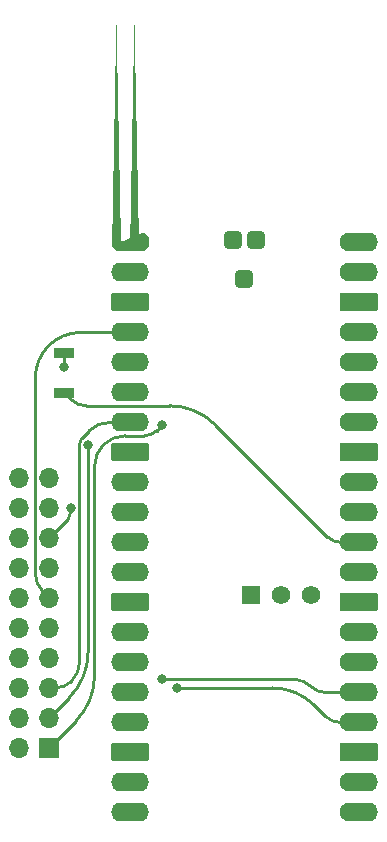
<source format=gbr>
%TF.GenerationSoftware,KiCad,Pcbnew,7.0.2*%
%TF.CreationDate,2023-04-28T15:55:32+02:00*%
%TF.ProjectId,picow_adapter,7069636f-775f-4616-9461-707465722e6b,rev?*%
%TF.SameCoordinates,Original*%
%TF.FileFunction,Copper,L1,Top*%
%TF.FilePolarity,Positive*%
%FSLAX46Y46*%
G04 Gerber Fmt 4.6, Leading zero omitted, Abs format (unit mm)*
G04 Created by KiCad (PCBNEW 7.0.2) date 2023-04-28 15:55:32*
%MOMM*%
%LPD*%
G01*
G04 APERTURE LIST*
G04 Aperture macros list*
%AMRoundRect*
0 Rectangle with rounded corners*
0 $1 Rounding radius*
0 $2 $3 $4 $5 $6 $7 $8 $9 X,Y pos of 4 corners*
0 Add a 4 corners polygon primitive as box body*
4,1,4,$2,$3,$4,$5,$6,$7,$8,$9,$2,$3,0*
0 Add four circle primitives for the rounded corners*
1,1,$1+$1,$2,$3*
1,1,$1+$1,$4,$5*
1,1,$1+$1,$6,$7*
1,1,$1+$1,$8,$9*
0 Add four rect primitives between the rounded corners*
20,1,$1+$1,$2,$3,$4,$5,0*
20,1,$1+$1,$4,$5,$6,$7,0*
20,1,$1+$1,$6,$7,$8,$9,0*
20,1,$1+$1,$8,$9,$2,$3,0*%
%AMFreePoly0*
4,1,58,1.881242,0.792533,1.914585,0.788777,1.924216,0.782725,1.935306,0.780194,1.961541,0.759271,1.989950,0.741421,2.341421,0.389950,2.359271,0.361541,2.380194,0.335306,2.382725,0.324216,2.388777,0.314585,2.392533,0.281242,2.400000,0.248529,2.400000,-0.248529,2.392533,-0.281242,2.388777,-0.314585,2.382725,-0.324216,2.380194,-0.335306,2.359271,-0.361541,2.341421,-0.389950,
1.989950,-0.741421,1.961541,-0.759271,1.935306,-0.780194,1.924216,-0.782725,1.914585,-0.788777,1.881242,-0.792533,1.848529,-0.800000,0.000000,-0.800000,-0.248529,-0.800000,-0.281242,-0.792533,-0.314585,-0.788777,-0.324216,-0.782725,-0.335306,-0.780194,-0.361541,-0.759271,-0.389950,-0.741421,-0.741421,-0.389950,-0.759271,-0.361541,-0.780194,-0.335306,-0.782725,-0.324216,-0.788777,-0.314585,
-0.792533,-0.281242,-0.800000,-0.248529,-0.800000,0.248529,-0.792533,0.281242,-0.788777,0.314585,-0.782725,0.324216,-0.780194,0.335306,-0.759271,0.361541,-0.741421,0.389950,-0.389950,0.741421,-0.361541,0.759271,-0.335306,0.780194,-0.324216,0.782725,-0.314585,0.788777,-0.281242,0.792533,-0.248529,0.800000,1.848529,0.800000,1.881242,0.792533,1.881242,0.792533,$1*%
%AMFreePoly1*
4,1,58,0.281242,0.792533,0.314585,0.788777,0.324216,0.782725,0.335306,0.780194,0.361541,0.759271,0.389950,0.741421,0.741421,0.389950,0.759271,0.361541,0.780194,0.335306,0.782725,0.324216,0.788777,0.314585,0.792533,0.281242,0.800000,0.248529,0.800000,-0.248529,0.792533,-0.281242,0.788777,-0.314585,0.782725,-0.324216,0.780194,-0.335306,0.759271,-0.361541,0.741421,-0.389950,
0.389950,-0.741421,0.361541,-0.759271,0.335306,-0.780194,0.324216,-0.782725,0.314585,-0.788777,0.281242,-0.792533,0.248529,-0.800000,0.000000,-0.800000,-0.248529,-0.800000,-0.281242,-0.792533,-0.314585,-0.788777,-0.324216,-0.782725,-0.335306,-0.780194,-0.361541,-0.759271,-0.389950,-0.741421,-0.741421,-0.389950,-0.759271,-0.361541,-0.780194,-0.335306,-0.782725,-0.324216,-0.788777,-0.314585,
-0.792533,-0.281242,-0.800000,-0.248529,-0.800000,0.248529,-0.792533,0.281242,-0.788777,0.314585,-0.782725,0.324216,-0.780194,0.335306,-0.759271,0.361541,-0.741421,0.389950,-0.389950,0.741421,-0.361541,0.759271,-0.335306,0.780194,-0.324216,0.782725,-0.314585,0.788777,-0.281242,0.792533,-0.248529,0.800000,0.248529,0.800000,0.281242,0.792533,0.281242,0.792533,$1*%
G04 Aperture macros list end*
%TA.AperFunction,SMDPad,CuDef*%
%ADD10FreePoly0,0.000000*%
%TD*%
%TA.AperFunction,ComponentPad*%
%ADD11FreePoly1,0.000000*%
%TD*%
%TA.AperFunction,SMDPad,CuDef*%
%ADD12O,3.200000X1.600000*%
%TD*%
%TA.AperFunction,ComponentPad*%
%ADD13C,1.600000*%
%TD*%
%TA.AperFunction,SMDPad,CuDef*%
%ADD14RoundRect,0.200000X-1.400000X-0.600000X1.400000X-0.600000X1.400000X0.600000X-1.400000X0.600000X0*%
%TD*%
%TA.AperFunction,ComponentPad*%
%ADD15RoundRect,0.200000X-0.600000X-0.600000X0.600000X-0.600000X0.600000X0.600000X-0.600000X0.600000X0*%
%TD*%
%TA.AperFunction,ComponentPad*%
%ADD16R,1.574800X1.574800*%
%TD*%
%TA.AperFunction,ComponentPad*%
%ADD17C,1.574800*%
%TD*%
%TA.AperFunction,TestPad*%
%ADD18RoundRect,0.300000X-0.450000X-0.450000X0.450000X-0.450000X0.450000X0.450000X-0.450000X0.450000X0*%
%TD*%
%TA.AperFunction,SMDPad,CuDef*%
%ADD19R,1.700000X0.900000*%
%TD*%
%TA.AperFunction,ComponentPad*%
%ADD20R,1.700000X1.700000*%
%TD*%
%TA.AperFunction,ComponentPad*%
%ADD21O,1.700000X1.700000*%
%TD*%
%TA.AperFunction,ViaPad*%
%ADD22C,0.800000*%
%TD*%
%TA.AperFunction,Conductor*%
%ADD23C,0.250000*%
%TD*%
G04 APERTURE END LIST*
D10*
%TO.P,A1,1,GPIO0*%
%TO.N,unconnected-(A1-GPIO0-Pad1)*%
X58090000Y-42295000D03*
D11*
X59690000Y-42295000D03*
D12*
%TO.P,A1,2,GPIO1*%
%TO.N,unconnected-(A1-GPIO1-Pad2)*%
X58890000Y-44835000D03*
D13*
X59690000Y-44835000D03*
D14*
%TO.P,A1,3,GND*%
%TO.N,GND*%
X58890000Y-47375000D03*
D15*
X59690000Y-47375000D03*
D12*
%TO.P,A1,4,GPIO2*%
%TO.N,/HEATER_ENABLE*%
X58890000Y-49915000D03*
D13*
X59690000Y-49915000D03*
D12*
%TO.P,A1,5,GPIO3*%
%TO.N,/~{SHDN_3V3}*%
X58890000Y-52455000D03*
D13*
X59690000Y-52455000D03*
D12*
%TO.P,A1,6,GPIO4*%
%TO.N,/I2C0_SDA*%
X58890000Y-54995000D03*
D13*
X59690000Y-54995000D03*
D12*
%TO.P,A1,7,GPIO5*%
%TO.N,/I2C0_SCL*%
X58890000Y-57535000D03*
D13*
X59690000Y-57535000D03*
D14*
%TO.P,A1,8,GND*%
%TO.N,GND*%
X58890000Y-60075000D03*
D15*
X59690000Y-60075000D03*
D12*
%TO.P,A1,9,GPIO6*%
%TO.N,/S1_A*%
X58890000Y-62615000D03*
D13*
X59690000Y-62615000D03*
D12*
%TO.P,A1,10,GPIO7*%
%TO.N,/S1_B*%
X58890000Y-65155000D03*
D13*
X59690000Y-65155000D03*
D12*
%TO.P,A1,11,GPIO8*%
%TO.N,/S1_S*%
X58890000Y-67695000D03*
D13*
X59690000Y-67695000D03*
D12*
%TO.P,A1,12,GPIO9*%
%TO.N,/TSL2561_INT*%
X58890000Y-70235000D03*
D13*
X59690000Y-70235000D03*
D14*
%TO.P,A1,13,GND*%
%TO.N,GND*%
X58890000Y-72775000D03*
D15*
X59690000Y-72775000D03*
D12*
%TO.P,A1,14,GPIO10*%
%TO.N,unconnected-(A1-GPIO10-Pad14)*%
X58890000Y-75315000D03*
D13*
X59690000Y-75315000D03*
D12*
%TO.P,A1,15,GPIO11*%
%TO.N,unconnected-(A1-GPIO11-Pad15)*%
X58890000Y-77855000D03*
D13*
X59690000Y-77855000D03*
D12*
%TO.P,A1,16,GPIO12*%
%TO.N,unconnected-(A1-GPIO12-Pad16)*%
X58890000Y-80395000D03*
D13*
X59690000Y-80395000D03*
D12*
%TO.P,A1,17,GPIO13*%
%TO.N,unconnected-(A1-GPIO13-Pad17)*%
X58890000Y-82935000D03*
D13*
X59690000Y-82935000D03*
D14*
%TO.P,A1,18,GND*%
%TO.N,GND*%
X58890000Y-85475000D03*
D15*
X59690000Y-85475000D03*
D12*
%TO.P,A1,19,GPIO14*%
%TO.N,unconnected-(A1-GPIO14-Pad19)*%
X58890000Y-88015000D03*
D13*
X59690000Y-88015000D03*
D12*
%TO.P,A1,20,GPIO15*%
%TO.N,unconnected-(A1-GPIO15-Pad20)*%
X58890000Y-90555000D03*
D13*
X59690000Y-90555000D03*
%TO.P,A1,21,GPIO16*%
%TO.N,unconnected-(A1-GPIO16-Pad21)*%
X77470000Y-90555000D03*
D12*
X78270000Y-90555000D03*
D13*
%TO.P,A1,22,GPIO17*%
%TO.N,unconnected-(A1-GPIO17-Pad22)*%
X77470000Y-88015000D03*
D12*
X78270000Y-88015000D03*
D15*
%TO.P,A1,23,GND*%
%TO.N,GND*%
X77470000Y-85475000D03*
D14*
X78270000Y-85475000D03*
D13*
%TO.P,A1,24,GPIO18*%
%TO.N,/SPI0_SCK*%
X77470000Y-82935000D03*
D12*
X78270000Y-82935000D03*
D13*
%TO.P,A1,25,GPIO19*%
%TO.N,/SPI0_TX*%
X77470000Y-80395000D03*
D12*
X78270000Y-80395000D03*
D13*
%TO.P,A1,26,GPIO20*%
%TO.N,unconnected-(A1-GPIO20-Pad26)*%
X77470000Y-77855000D03*
D12*
X78270000Y-77855000D03*
D13*
%TO.P,A1,27,GPIO21*%
%TO.N,unconnected-(A1-GPIO21-Pad27)*%
X77470000Y-75315000D03*
D12*
X78270000Y-75315000D03*
D15*
%TO.P,A1,28,GND*%
%TO.N,GND*%
X77470000Y-72775000D03*
D14*
X78270000Y-72775000D03*
D13*
%TO.P,A1,29,GPIO22*%
%TO.N,unconnected-(A1-GPIO22-Pad29)*%
X77470000Y-70235000D03*
D12*
X78270000Y-70235000D03*
D13*
%TO.P,A1,30,RUN*%
%TO.N,/RESET*%
X77470000Y-67695000D03*
D12*
X78270000Y-67695000D03*
D13*
%TO.P,A1,31,GPIO26_ADC0*%
%TO.N,unconnected-(A1-GPIO26_ADC0-Pad31)*%
X77470000Y-65155000D03*
D12*
X78270000Y-65155000D03*
D13*
%TO.P,A1,32,GPIO27_ADC1*%
%TO.N,unconnected-(A1-GPIO27_ADC1-Pad32)*%
X77470000Y-62615000D03*
D12*
X78270000Y-62615000D03*
D15*
%TO.P,A1,33,AGND*%
%TO.N,unconnected-(A1-AGND-Pad33)*%
X77470000Y-60075000D03*
D14*
X78270000Y-60075000D03*
D13*
%TO.P,A1,34,GPIO28_ADC2*%
%TO.N,unconnected-(A1-GPIO28_ADC2-Pad34)*%
X77470000Y-57535000D03*
D12*
X78270000Y-57535000D03*
D13*
%TO.P,A1,35,ADC_VREF*%
%TO.N,unconnected-(A1-ADC_VREF-Pad35)*%
X77470000Y-54995000D03*
D12*
X78270000Y-54995000D03*
D13*
%TO.P,A1,36,3V3*%
%TO.N,unconnected-(A1-3V3-Pad36)*%
X77470000Y-52455000D03*
D12*
X78270000Y-52455000D03*
D13*
%TO.P,A1,37,3V3_EN*%
%TO.N,unconnected-(A1-3V3_EN-Pad37)*%
X77470000Y-49915000D03*
D12*
X78270000Y-49915000D03*
D15*
%TO.P,A1,38,GND*%
%TO.N,GND*%
X77470000Y-47375000D03*
D14*
X78270000Y-47375000D03*
D13*
%TO.P,A1,39,VSYS*%
%TO.N,Net-(A1-VSYS)*%
X77470000Y-44835000D03*
D12*
X78270000Y-44835000D03*
D13*
%TO.P,A1,40,VBUS*%
%TO.N,Net-(A1-VBUS)*%
X77470000Y-42295000D03*
D12*
X78270000Y-42295000D03*
D16*
%TO.P,A1,41,SWCLK*%
%TO.N,unconnected-(A1-SWCLK-Pad41)*%
X69164200Y-72125000D03*
D17*
%TO.P,A1,42,SWGND*%
%TO.N,unconnected-(A1-SWGND-Pad42)*%
X71704200Y-72125000D03*
%TO.P,A1,43,SWDIO*%
%TO.N,unconnected-(A1-SWDIO-Pad43)*%
X74244200Y-72125000D03*
D18*
%TO.P,A1,51*%
%TO.N,N/C*%
X68580000Y-45425000D03*
%TO.P,A1,52*%
X69580000Y-42125000D03*
%TO.P,A1,53*%
X67580000Y-42125000D03*
%TD*%
D19*
%TO.P,SW1,1,1*%
%TO.N,/RESET*%
X53340000Y-55040000D03*
%TO.P,SW1,2,2*%
%TO.N,GND*%
X53340000Y-51640000D03*
%TD*%
D20*
%TO.P,J1,1,Pin_1*%
%TO.N,/~{SHDN_3V3}*%
X52050000Y-85060000D03*
D21*
%TO.P,J1,2,Pin_2*%
%TO.N,+5V*%
X49510000Y-85060000D03*
%TO.P,J1,3,Pin_3*%
%TO.N,/I2C0_SDA*%
X52050000Y-82520000D03*
%TO.P,J1,4,Pin_4*%
%TO.N,+5V*%
X49510000Y-82520000D03*
%TO.P,J1,5,Pin_5*%
%TO.N,/I2C0_SCL*%
X52050000Y-79980000D03*
%TO.P,J1,6,Pin_6*%
%TO.N,GND*%
X49510000Y-79980000D03*
%TO.P,J1,7,Pin_7*%
%TO.N,/SPI0_TX*%
X52050000Y-77440000D03*
%TO.P,J1,8,Pin_8*%
%TO.N,GND*%
X49510000Y-77440000D03*
%TO.P,J1,9,Pin_9*%
%TO.N,/SPI0_SCK*%
X52050000Y-74900000D03*
%TO.P,J1,10,Pin_10*%
%TO.N,GND*%
X49510000Y-74900000D03*
%TO.P,J1,11,Pin_11*%
%TO.N,/HEATER_ENABLE*%
X52050000Y-72360000D03*
%TO.P,J1,12,Pin_12*%
%TO.N,/TSL2561_INT*%
X49510000Y-72360000D03*
%TO.P,J1,13,Pin_13*%
%TO.N,unconnected-(J1-Pin_13-Pad13)*%
X52050000Y-69820000D03*
%TO.P,J1,14,Pin_14*%
%TO.N,/S1_S*%
X49510000Y-69820000D03*
%TO.P,J1,15,Pin_15*%
%TO.N,/S1_A*%
X52050000Y-67280000D03*
%TO.P,J1,16,Pin_16*%
%TO.N,/S1_B*%
X49510000Y-67280000D03*
%TO.P,J1,17,Pin_17*%
%TO.N,GND*%
X52050000Y-64740000D03*
%TO.P,J1,18,Pin_18*%
X49510000Y-64740000D03*
%TO.P,J1,19,Pin_19*%
X52050000Y-62200000D03*
%TO.P,J1,20,Pin_20*%
X49510000Y-62200000D03*
%TD*%
D22*
%TO.N,GND*%
X53340000Y-52832000D03*
%TO.N,/I2C0_SDA*%
X55334500Y-59475511D03*
%TO.N,/SPI0_SCK*%
X62865000Y-79994500D03*
%TO.N,/SPI0_TX*%
X61595000Y-79270000D03*
%TO.N,/~{SHDN_3V3}*%
X61595000Y-57785000D03*
%TO.N,/S1_A*%
X53885500Y-64770000D03*
%TD*%
D23*
%TO.N,GND*%
X53340000Y-52832000D02*
X53340000Y-51640000D01*
%TO.N,/I2C0_SDA*%
X55334500Y-59475511D02*
X55334500Y-76981536D01*
X53740707Y-80829292D02*
X52050000Y-82520000D01*
X53740709Y-80829294D02*
G75*
G03*
X55334500Y-76981536I-3847759J3847754D01*
G01*
%TO.N,/I2C0_SCL*%
X55437035Y-58227964D02*
X54809564Y-58855426D01*
X54610000Y-59337211D02*
X54610000Y-77863187D01*
X53836690Y-79513309D02*
X53990000Y-79360000D01*
X58490000Y-57535000D02*
X57380000Y-57535000D01*
X59290000Y-57535000D02*
X58490000Y-57535000D01*
X57110000Y-57535000D02*
X57200000Y-57535000D01*
X59290000Y-57535000D02*
X59690000Y-57535000D01*
X57380000Y-57535000D02*
X57200000Y-57535000D01*
X52710000Y-79980000D02*
X52050000Y-79980000D01*
X53990004Y-79360004D02*
G75*
G03*
X54610000Y-77863187I-1496804J1496804D01*
G01*
X52710000Y-79979993D02*
G75*
G03*
X53836689Y-79513308I0J1593393D01*
G01*
X54809567Y-58855429D02*
G75*
G03*
X54610000Y-59337211I481733J-481771D01*
G01*
X57110000Y-57534991D02*
G75*
G03*
X55437035Y-58227964I0J-2365909D01*
G01*
%TO.N,/SPI0_SCK*%
X76710000Y-82935000D02*
X77470000Y-82935000D01*
X70956712Y-80010000D02*
X62891460Y-80010000D01*
X62865000Y-79994500D02*
X62872750Y-80002250D01*
X75412598Y-82397598D02*
X74487500Y-81472500D01*
X62872762Y-80002238D02*
G75*
G03*
X62891460Y-80010000I18738J18738D01*
G01*
X75412598Y-82397598D02*
G75*
G03*
X76710000Y-82935000I1297402J1297398D01*
G01*
X74487496Y-81472504D02*
G75*
G03*
X70956712Y-80010000I-3530796J-3530796D01*
G01*
%TO.N,/SPI0_TX*%
X61595000Y-79270000D02*
X72759504Y-79270000D01*
X75475495Y-80395000D02*
X77470000Y-80395000D01*
X74117499Y-79832501D02*
G75*
G03*
X72759504Y-79270000I-1357999J-1357999D01*
G01*
X74117501Y-79832499D02*
G75*
G03*
X75475495Y-80395000I1357999J1357999D01*
G01*
%TO.N,/RESET*%
X66092014Y-57713792D02*
X75579386Y-67201164D01*
X53880000Y-55580000D02*
X53340000Y-55040000D01*
X76771611Y-67695000D02*
X77470000Y-67695000D01*
X62244258Y-56120000D02*
X55183675Y-56120000D01*
X66092045Y-57713761D02*
G75*
G03*
X62244258Y-56120000I-3847745J-3847839D01*
G01*
X75579372Y-67201178D02*
G75*
G03*
X76771611Y-67695000I1192228J1192278D01*
G01*
X53880007Y-55579993D02*
G75*
G03*
X55183675Y-56120000I1303693J1303693D01*
G01*
%TO.N,/~{SHDN_3V3}*%
X61595000Y-57785000D02*
X61157500Y-58222500D01*
X54286207Y-82823792D02*
X52050000Y-85060000D01*
X55880000Y-78976036D02*
X55880000Y-61237398D01*
X58457398Y-58660000D02*
X60101281Y-58660000D01*
X58457398Y-58659999D02*
G75*
G03*
X56634902Y-59414902I2J-2577401D01*
G01*
X60101281Y-58659992D02*
G75*
G03*
X61157500Y-58222500I19J1493692D01*
G01*
X56634903Y-59414903D02*
G75*
G03*
X55880000Y-61237398I1822497J-1822497D01*
G01*
X54286206Y-82823791D02*
G75*
G03*
X55880000Y-78976036I-3847766J3847761D01*
G01*
%TO.N,/HEATER_ENABLE*%
X54698919Y-49915000D02*
X59690000Y-49915000D01*
X50875000Y-53738919D02*
X50875000Y-70354149D01*
X51462500Y-71772500D02*
X52050000Y-72360000D01*
X51994994Y-51034994D02*
G75*
G03*
X50875000Y-53738919I2703906J-2703906D01*
G01*
X54698919Y-49915008D02*
G75*
G03*
X51995000Y-51035000I-19J-3823892D01*
G01*
X50875021Y-70354149D02*
G75*
G03*
X51462500Y-71772500I2005779J-51D01*
G01*
%TO.N,/S1_A*%
X53647028Y-65682971D02*
X52050000Y-67280000D01*
X53885500Y-64770000D02*
X53885500Y-65107250D01*
X53647005Y-65682948D02*
G75*
G03*
X53885500Y-65107250I-575705J575748D01*
G01*
%TD*%
M02*

</source>
